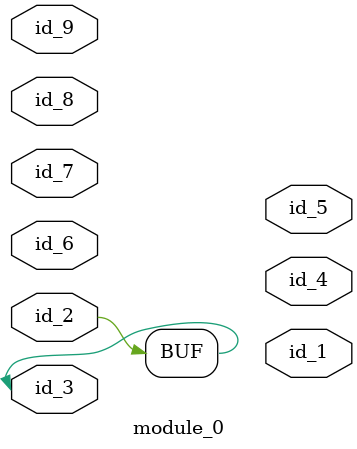
<source format=v>
module module_0 (
    id_1,
    id_2,
    id_3,
    id_4,
    id_5,
    id_6,
    id_7,
    id_8,
    id_9
);
  input id_9;
  input id_8;
  input id_7;
  inout id_6;
  output id_5;
  output id_4;
  inout id_3;
  inout id_2;
  output id_1;
  always id_2 <= #id_6 id_3;
endmodule
`timescale 1ps / 1ps

</source>
